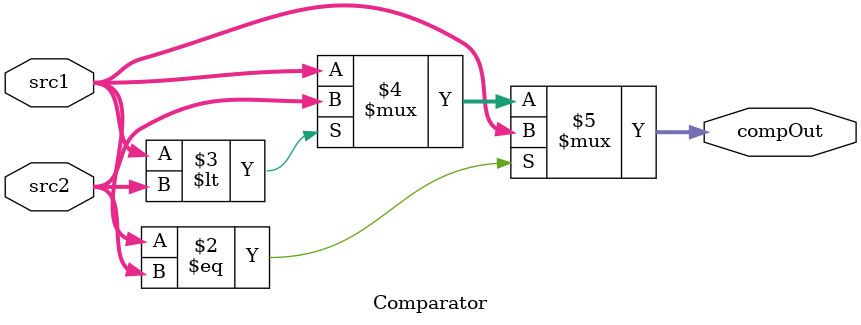
<source format=v>
`timescale 1ns / 1ps
module Comparator( input [31:0] src1, src2,
						 output reg[31:0] compOut	
						);
 always @ (*)
   compOut = (src1 == src2)?src1:(src1 < src2)?src2:src1 ;

endmodule

</source>
